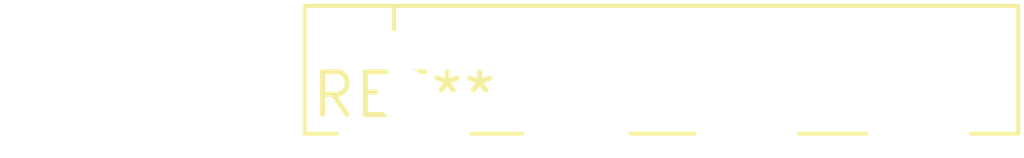
<source format=kicad_pcb>
(kicad_pcb (version 20240108) (generator pcbnew)
  (layers (0 "F.Cu" signal) (31 "B.Cu" signal) (34 "B.Paste" user) (35 "F.Paste" user) (36 "B.SilkS" user "B.Silkscreen") (37 "F.SilkS" user "F.Silkscreen") (38 "B.Mask" user) (39 "F.Mask" user) (44 "Edge.Cuts" user))
  (net 0 "")
  (footprint "Diode_Bridge_Vishay_GBL" (layer "F.Cu") (at 0 0)
    (property "Reference" "REF**")
    (property "Value" "Diode_Bridge_Vishay_GBL")
    (fp_line (start -2.95 -2.65) (end -2.95 1.15) (layer "F.SilkS") (stroke (width 0.12)))
    (fp_line (start -2.95 1.15) (end -2 1.15) (layer "F.SilkS") (stroke (width 0.12)))
    (fp_line (start -0.3 -2.65) (end -0.3 -1.95) (layer "F.SilkS") (stroke (width 0.12)))
    (fp_line (start 2 1.15) (end 3.5 1.15) (layer "F.SilkS") (stroke (width 0.12)))
    (fp_line (start 6.7 1.15) (end 8.6 1.15) (layer "F.SilkS") (stroke (width 0.12)))
    (fp_line (start 11.7 1.15) (end 13.7 1.15) (layer "F.SilkS") (stroke (width 0.12)))
    (fp_line (start 16.8 1.15) (end 18.2 1.15) (layer "F.SilkS") (stroke (width 0.12)))
    (fp_line (start 18.2 -2.65) (end -2.95 -2.65) (layer "F.SilkS") (stroke (width 0.12)))
    (fp_line (start 18.2 1.15) (end 18.2 -2.65) (layer "F.SilkS") (stroke (width 0.12)))
    (pad "1" thru_hole rect (at 0 0 180) (size 3.2 3.2) (drill 1.6) (layers *.Cu *.Mask) (remove_unused_layers))
    (pad "2" thru_hole circle (at 5.08 0 180) (size 3.2 3.2) (drill 1.6) (layers *.Cu *.Mask) (remove_unused_layers))
    (pad "3" thru_hole circle (at 10.16 0 180) (size 3.2 3.2) (drill 1.6) (layers *.Cu *.Mask) (remove_unused_layers))
    (pad "4" thru_hole circle (at 15.24 0 180) (size 3.2 3.2) (drill 1.6) (layers *.Cu *.Mask) (remove_unused_layers))
  )
)
</source>
